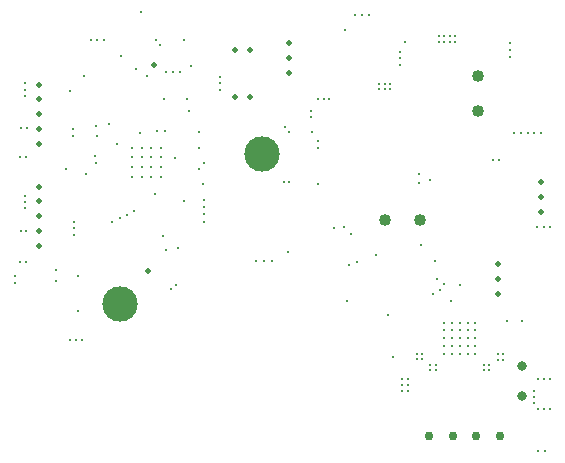
<source format=gbr>
%TF.GenerationSoftware,KiCad,Pcbnew,(6.0.6)*%
%TF.CreationDate,2022-08-08T15:32:20+08:00*%
%TF.ProjectId,Stealthburner_Toolhead_PCB,53746561-6c74-4686-9275-726e65725f54,rev?*%
%TF.SameCoordinates,Original*%
%TF.FileFunction,Plated,1,4,PTH,Drill*%
%TF.FilePolarity,Positive*%
%FSLAX46Y46*%
G04 Gerber Fmt 4.6, Leading zero omitted, Abs format (unit mm)*
G04 Created by KiCad (PCBNEW (6.0.6)) date 2022-08-08 15:32:20*
%MOMM*%
%LPD*%
G01*
G04 APERTURE LIST*
%TA.AperFunction,ViaDrill*%
%ADD10C,0.200000*%
%TD*%
%TA.AperFunction,ComponentDrill*%
%ADD11C,0.500000*%
%TD*%
%TA.AperFunction,ComponentDrill*%
%ADD12C,0.750000*%
%TD*%
%TA.AperFunction,ComponentDrill*%
%ADD13C,0.800000*%
%TD*%
%TA.AperFunction,ComponentDrill*%
%ADD14C,1.020000*%
%TD*%
%TA.AperFunction,ComponentDrill*%
%ADD15C,3.000000*%
%TD*%
G04 APERTURE END LIST*
D10*
X100634800Y-119024400D03*
X100634800Y-119583200D03*
X101092000Y-117805200D03*
X101117400Y-108966000D03*
X101142800Y-115163600D03*
X101168200Y-106502200D03*
X101498400Y-112217200D03*
X101498400Y-112725200D03*
X101498400Y-113233200D03*
X101549200Y-102666800D03*
X101549200Y-103225600D03*
X101549200Y-103733600D03*
X101574600Y-117805200D03*
X101600000Y-108966000D03*
X101625400Y-115163600D03*
X101650800Y-106502200D03*
X104140000Y-118465600D03*
X104140000Y-119430800D03*
X105003600Y-109982000D03*
X105308400Y-124460000D03*
X105333800Y-103352600D03*
X105613200Y-106578400D03*
X105613200Y-107137200D03*
X105664000Y-114401600D03*
X105664000Y-114960400D03*
X105664000Y-115519200D03*
X105816400Y-124460000D03*
X106019600Y-121970800D03*
X106021600Y-118971600D03*
X106324400Y-124460000D03*
X106476800Y-102108000D03*
X106645075Y-110372525D03*
X107086400Y-99060000D03*
X107442000Y-108813600D03*
X107506800Y-106310400D03*
X107543600Y-109423200D03*
X107641673Y-107162600D03*
X107645200Y-99060000D03*
X108204000Y-99060000D03*
X108585000Y-106121200D03*
X108915200Y-114401600D03*
X109321600Y-107873800D03*
X109524800Y-114096800D03*
X109626400Y-100380800D03*
X110134400Y-113842800D03*
X110591600Y-108153200D03*
X110591600Y-108966000D03*
X110591600Y-109778800D03*
X110591600Y-110591600D03*
X110744000Y-113538000D03*
X110923200Y-101522400D03*
X111285427Y-106902277D03*
X111353600Y-96621600D03*
X111404400Y-108153200D03*
X111404400Y-108966000D03*
X111404400Y-109778800D03*
X111404400Y-110591600D03*
X111810800Y-102108000D03*
X112217200Y-108153200D03*
X112217200Y-108966000D03*
X112217200Y-109778800D03*
X112217200Y-110591600D03*
X112522000Y-112064800D03*
X112572800Y-99060000D03*
X112674400Y-106730800D03*
X112979200Y-99415600D03*
X113030000Y-108153200D03*
X113030000Y-108966000D03*
X113030000Y-109778800D03*
X113030000Y-110591600D03*
X113182400Y-115620800D03*
X113309400Y-104013000D03*
X113334800Y-106745381D03*
X113436400Y-116789200D03*
X113487200Y-101701600D03*
X113893600Y-120142000D03*
X114046000Y-101701600D03*
X114198400Y-109016800D03*
X114300000Y-119735600D03*
X114503200Y-116636800D03*
X114604800Y-101701600D03*
X114960400Y-99060000D03*
X115011200Y-112674400D03*
X115214400Y-103987600D03*
X115366800Y-105003600D03*
X115570000Y-101193600D03*
X116211661Y-109911035D03*
X116230400Y-106781600D03*
X116281200Y-108153200D03*
X116621374Y-111234152D03*
X116636800Y-112572800D03*
X116636800Y-113182400D03*
X116636800Y-113792000D03*
X116636800Y-114401600D03*
X116687600Y-109423200D03*
X118059200Y-102158800D03*
X118059200Y-102666800D03*
X118059200Y-103225600D03*
X121056400Y-117703600D03*
X121716800Y-117703600D03*
X122428000Y-117703600D03*
X123444000Y-111048800D03*
X123494800Y-106426000D03*
X123799600Y-116941600D03*
X123850400Y-106781600D03*
X123901200Y-111048800D03*
X125730000Y-105003600D03*
X125730000Y-105562400D03*
X125816400Y-106847600D03*
X126288800Y-111201200D03*
X126337997Y-103986478D03*
X126339600Y-107594400D03*
X126339600Y-108153200D03*
X126795197Y-103986478D03*
X127252397Y-103986478D03*
X127660400Y-114909600D03*
X128524000Y-114858800D03*
X128574800Y-98145600D03*
X128795431Y-121151326D03*
X128981200Y-118110000D03*
X129082800Y-115417600D03*
X129438400Y-96875600D03*
X129590800Y-117856000D03*
X130048000Y-96875600D03*
X130657600Y-96875600D03*
X131216400Y-117195600D03*
X131521200Y-102717600D03*
X131521200Y-103174800D03*
X131978400Y-102717600D03*
X131978400Y-103174800D03*
X132232400Y-122326400D03*
X132435600Y-102717600D03*
X132435600Y-103174800D03*
X132689600Y-125831600D03*
X133299200Y-100025200D03*
X133299200Y-100584000D03*
X133299200Y-101142800D03*
X133426200Y-127736600D03*
X133426200Y-128244600D03*
X133426200Y-128752600D03*
X133705600Y-99212400D03*
X133934200Y-127736600D03*
X133934200Y-128244600D03*
X133934200Y-128752600D03*
X134670800Y-125577600D03*
X134670800Y-126034800D03*
X134874000Y-110388400D03*
X134874000Y-111099600D03*
X135077200Y-116382800D03*
X135128000Y-125577600D03*
X135128000Y-126034800D03*
X135788400Y-110845600D03*
X135839200Y-126542800D03*
X135839200Y-127000000D03*
X136093200Y-120497600D03*
X136245600Y-117754400D03*
X136296400Y-126542800D03*
X136296400Y-127000000D03*
X136396000Y-119280400D03*
X136550400Y-98704400D03*
X136550400Y-99187000D03*
X136675951Y-120201243D03*
X137007600Y-98704400D03*
X137007600Y-99187000D03*
X137007600Y-119684800D03*
X137007600Y-122961400D03*
X137007600Y-123621800D03*
X137007600Y-124282200D03*
X137007600Y-124942600D03*
X137007600Y-125577600D03*
X137464800Y-98704400D03*
X137464800Y-99187000D03*
X137566400Y-121158000D03*
X137668000Y-122961400D03*
X137668000Y-123621800D03*
X137668000Y-124282200D03*
X137668000Y-124942600D03*
X137668000Y-125577600D03*
X137922000Y-98704400D03*
X137922000Y-99187000D03*
X138328400Y-122961400D03*
X138328400Y-123621800D03*
X138328400Y-124282200D03*
X138328400Y-124942600D03*
X138328400Y-125577600D03*
X138379200Y-119786400D03*
X138988800Y-122961400D03*
X138988800Y-123621800D03*
X138988800Y-124282200D03*
X138988800Y-124942600D03*
X138988800Y-125577600D03*
X139649200Y-122961400D03*
X139649200Y-123621800D03*
X139649200Y-124282200D03*
X139649200Y-124942600D03*
X139649200Y-125577600D03*
X140360400Y-126542800D03*
X140360400Y-127000000D03*
X140817600Y-126542800D03*
X140817600Y-127000000D03*
X141122400Y-109169200D03*
X141528800Y-125628400D03*
X141528800Y-126085600D03*
X141630400Y-109169200D03*
X141986000Y-125628400D03*
X141986000Y-126085600D03*
X142316200Y-122859800D03*
X142544800Y-99314000D03*
X142544800Y-99872800D03*
X142544800Y-100431600D03*
X142951200Y-106883200D03*
X143510000Y-106883200D03*
X143560800Y-122783600D03*
X144068800Y-106883200D03*
X144576800Y-128727200D03*
X144576800Y-129235200D03*
X144576800Y-129743200D03*
X144627600Y-106883200D03*
X144881600Y-114858800D03*
X144932400Y-130302000D03*
X144983200Y-127711200D03*
X144983200Y-133807200D03*
X145186400Y-106883200D03*
X145440400Y-114858800D03*
X145440400Y-130302000D03*
X145491200Y-127711200D03*
X145542000Y-133807200D03*
X145948400Y-130302000D03*
X145999200Y-114858800D03*
X145999200Y-127711200D03*
D11*
%TO.C,J7*%
X102710400Y-111444400D03*
X102710400Y-112694400D03*
X102710400Y-113944400D03*
X102710400Y-115194400D03*
X102710400Y-116444400D03*
%TO.C,J10*%
X102717600Y-102797600D03*
X102717600Y-104047600D03*
X102717600Y-105297600D03*
X102717600Y-106547600D03*
X102717600Y-107797600D03*
%TO.C,TP1*%
X111963200Y-118567200D03*
%TO.C,J3*%
X112471200Y-101142800D03*
%TO.C,J6*%
X119278400Y-99872800D03*
%TO.C,J4*%
X119278400Y-103835200D03*
%TO.C,J6*%
X120528400Y-99872800D03*
%TO.C,J4*%
X120528400Y-103835200D03*
%TO.C,J2*%
X123901200Y-99314000D03*
X123901200Y-100564000D03*
X123901200Y-101814000D03*
%TO.C,J8*%
X141572400Y-118028400D03*
X141572400Y-119278400D03*
X141572400Y-120528400D03*
%TO.C,J5*%
X145230000Y-111068800D03*
X145230000Y-112318800D03*
X145230000Y-113568800D03*
D12*
%TO.C,J12*%
X135734800Y-132546000D03*
X137734800Y-132546000D03*
X139734800Y-132546000D03*
X141734800Y-132546000D03*
D13*
%TO.C,C32*%
X143611600Y-126630421D03*
X143611600Y-129130421D03*
D14*
%TO.C,J9*%
X131951600Y-114241600D03*
X134951600Y-114241600D03*
%TO.C,J1*%
X139895600Y-102081200D03*
X139895600Y-105081200D03*
D15*
%TO.C,H1*%
X109575600Y-121361200D03*
%TO.C,H2*%
X121564400Y-108661200D03*
M02*

</source>
